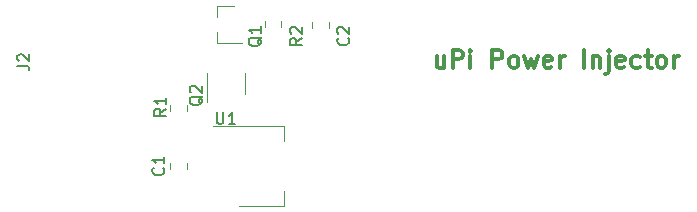
<source format=gbr>
G04 #@! TF.GenerationSoftware,KiCad,Pcbnew,5.1.4+dfsg1-1*
G04 #@! TF.CreationDate,2020-03-18T18:25:11-04:00*
G04 #@! TF.ProjectId,upipower-injector,75706970-6f77-4657-922d-696e6a656374,1.0*
G04 #@! TF.SameCoordinates,Original*
G04 #@! TF.FileFunction,Legend,Top*
G04 #@! TF.FilePolarity,Positive*
%FSLAX46Y46*%
G04 Gerber Fmt 4.6, Leading zero omitted, Abs format (unit mm)*
G04 Created by KiCad (PCBNEW 5.1.4+dfsg1-1) date 2020-03-18 18:25:11*
%MOMM*%
%LPD*%
G04 APERTURE LIST*
%ADD10C,0.300000*%
%ADD11C,0.120000*%
%ADD12C,0.150000*%
G04 APERTURE END LIST*
D10*
X152532000Y-105246571D02*
X152532000Y-106246571D01*
X151889142Y-105246571D02*
X151889142Y-106032285D01*
X151960571Y-106175142D01*
X152103428Y-106246571D01*
X152317714Y-106246571D01*
X152460571Y-106175142D01*
X152532000Y-106103714D01*
X153246285Y-106246571D02*
X153246285Y-104746571D01*
X153817714Y-104746571D01*
X153960571Y-104818000D01*
X154032000Y-104889428D01*
X154103428Y-105032285D01*
X154103428Y-105246571D01*
X154032000Y-105389428D01*
X153960571Y-105460857D01*
X153817714Y-105532285D01*
X153246285Y-105532285D01*
X154746285Y-106246571D02*
X154746285Y-105246571D01*
X154746285Y-104746571D02*
X154674857Y-104818000D01*
X154746285Y-104889428D01*
X154817714Y-104818000D01*
X154746285Y-104746571D01*
X154746285Y-104889428D01*
X156603428Y-106246571D02*
X156603428Y-104746571D01*
X157174857Y-104746571D01*
X157317714Y-104818000D01*
X157389142Y-104889428D01*
X157460571Y-105032285D01*
X157460571Y-105246571D01*
X157389142Y-105389428D01*
X157317714Y-105460857D01*
X157174857Y-105532285D01*
X156603428Y-105532285D01*
X158317714Y-106246571D02*
X158174857Y-106175142D01*
X158103428Y-106103714D01*
X158032000Y-105960857D01*
X158032000Y-105532285D01*
X158103428Y-105389428D01*
X158174857Y-105318000D01*
X158317714Y-105246571D01*
X158532000Y-105246571D01*
X158674857Y-105318000D01*
X158746285Y-105389428D01*
X158817714Y-105532285D01*
X158817714Y-105960857D01*
X158746285Y-106103714D01*
X158674857Y-106175142D01*
X158532000Y-106246571D01*
X158317714Y-106246571D01*
X159317714Y-105246571D02*
X159603428Y-106246571D01*
X159889142Y-105532285D01*
X160174857Y-106246571D01*
X160460571Y-105246571D01*
X161603428Y-106175142D02*
X161460571Y-106246571D01*
X161174857Y-106246571D01*
X161032000Y-106175142D01*
X160960571Y-106032285D01*
X160960571Y-105460857D01*
X161032000Y-105318000D01*
X161174857Y-105246571D01*
X161460571Y-105246571D01*
X161603428Y-105318000D01*
X161674857Y-105460857D01*
X161674857Y-105603714D01*
X160960571Y-105746571D01*
X162317714Y-106246571D02*
X162317714Y-105246571D01*
X162317714Y-105532285D02*
X162389142Y-105389428D01*
X162460571Y-105318000D01*
X162603428Y-105246571D01*
X162746285Y-105246571D01*
X164389142Y-106246571D02*
X164389142Y-104746571D01*
X165103428Y-105246571D02*
X165103428Y-106246571D01*
X165103428Y-105389428D02*
X165174857Y-105318000D01*
X165317714Y-105246571D01*
X165532000Y-105246571D01*
X165674857Y-105318000D01*
X165746285Y-105460857D01*
X165746285Y-106246571D01*
X166460571Y-105246571D02*
X166460571Y-106532285D01*
X166389142Y-106675142D01*
X166246285Y-106746571D01*
X166174857Y-106746571D01*
X166460571Y-104746571D02*
X166389142Y-104818000D01*
X166460571Y-104889428D01*
X166532000Y-104818000D01*
X166460571Y-104746571D01*
X166460571Y-104889428D01*
X167746285Y-106175142D02*
X167603428Y-106246571D01*
X167317714Y-106246571D01*
X167174857Y-106175142D01*
X167103428Y-106032285D01*
X167103428Y-105460857D01*
X167174857Y-105318000D01*
X167317714Y-105246571D01*
X167603428Y-105246571D01*
X167746285Y-105318000D01*
X167817714Y-105460857D01*
X167817714Y-105603714D01*
X167103428Y-105746571D01*
X169103428Y-106175142D02*
X168960571Y-106246571D01*
X168674857Y-106246571D01*
X168532000Y-106175142D01*
X168460571Y-106103714D01*
X168389142Y-105960857D01*
X168389142Y-105532285D01*
X168460571Y-105389428D01*
X168532000Y-105318000D01*
X168674857Y-105246571D01*
X168960571Y-105246571D01*
X169103428Y-105318000D01*
X169532000Y-105246571D02*
X170103428Y-105246571D01*
X169746285Y-104746571D02*
X169746285Y-106032285D01*
X169817714Y-106175142D01*
X169960571Y-106246571D01*
X170103428Y-106246571D01*
X170817714Y-106246571D02*
X170674857Y-106175142D01*
X170603428Y-106103714D01*
X170532000Y-105960857D01*
X170532000Y-105532285D01*
X170603428Y-105389428D01*
X170674857Y-105318000D01*
X170817714Y-105246571D01*
X171032000Y-105246571D01*
X171174857Y-105318000D01*
X171246285Y-105389428D01*
X171317714Y-105532285D01*
X171317714Y-105960857D01*
X171246285Y-106103714D01*
X171174857Y-106175142D01*
X171032000Y-106246571D01*
X170817714Y-106246571D01*
X171960571Y-106246571D02*
X171960571Y-105246571D01*
X171960571Y-105532285D02*
X172032000Y-105389428D01*
X172103428Y-105318000D01*
X172246285Y-105246571D01*
X172389142Y-105246571D01*
D11*
X132932000Y-111158000D02*
X138942000Y-111158000D01*
X135182000Y-117978000D02*
X138942000Y-117978000D01*
X138942000Y-111158000D02*
X138942000Y-112418000D01*
X138942000Y-117978000D02*
X138942000Y-116718000D01*
X142742000Y-102889078D02*
X142742000Y-102371922D01*
X141322000Y-102889078D02*
X141322000Y-102371922D01*
X130742000Y-114826578D02*
X130742000Y-114309422D01*
X129322000Y-114826578D02*
X129322000Y-114309422D01*
X133272000Y-100988000D02*
X134732000Y-100988000D01*
X133272000Y-104148000D02*
X135432000Y-104148000D01*
X133272000Y-104148000D02*
X133272000Y-103218000D01*
X133272000Y-100988000D02*
X133272000Y-101918000D01*
X137322000Y-102826578D02*
X137322000Y-102309422D01*
X138742000Y-102826578D02*
X138742000Y-102309422D01*
X132422000Y-106668000D02*
X132422000Y-109118000D01*
X135642000Y-108468000D02*
X135642000Y-106668000D01*
X130742000Y-109371922D02*
X130742000Y-109889078D01*
X129322000Y-109371922D02*
X129322000Y-109889078D01*
D12*
X133270095Y-110020380D02*
X133270095Y-110829904D01*
X133317714Y-110925142D01*
X133365333Y-110972761D01*
X133460571Y-111020380D01*
X133651047Y-111020380D01*
X133746285Y-110972761D01*
X133793904Y-110925142D01*
X133841523Y-110829904D01*
X133841523Y-110020380D01*
X134841523Y-111020380D02*
X134270095Y-111020380D01*
X134555809Y-111020380D02*
X134555809Y-110020380D01*
X134460571Y-110163238D01*
X134365333Y-110258476D01*
X134270095Y-110306095D01*
X144389142Y-103734666D02*
X144436761Y-103782285D01*
X144484380Y-103925142D01*
X144484380Y-104020380D01*
X144436761Y-104163238D01*
X144341523Y-104258476D01*
X144246285Y-104306095D01*
X144055809Y-104353714D01*
X143912952Y-104353714D01*
X143722476Y-104306095D01*
X143627238Y-104258476D01*
X143532000Y-104163238D01*
X143484380Y-104020380D01*
X143484380Y-103925142D01*
X143532000Y-103782285D01*
X143579619Y-103734666D01*
X143579619Y-103353714D02*
X143532000Y-103306095D01*
X143484380Y-103210857D01*
X143484380Y-102972761D01*
X143532000Y-102877523D01*
X143579619Y-102829904D01*
X143674857Y-102782285D01*
X143770095Y-102782285D01*
X143912952Y-102829904D01*
X144484380Y-103401333D01*
X144484380Y-102782285D01*
X128739142Y-114734666D02*
X128786761Y-114782285D01*
X128834380Y-114925142D01*
X128834380Y-115020380D01*
X128786761Y-115163238D01*
X128691523Y-115258476D01*
X128596285Y-115306095D01*
X128405809Y-115353714D01*
X128262952Y-115353714D01*
X128072476Y-115306095D01*
X127977238Y-115258476D01*
X127882000Y-115163238D01*
X127834380Y-115020380D01*
X127834380Y-114925142D01*
X127882000Y-114782285D01*
X127929619Y-114734666D01*
X128834380Y-113782285D02*
X128834380Y-114353714D01*
X128834380Y-114068000D02*
X127834380Y-114068000D01*
X127977238Y-114163238D01*
X128072476Y-114258476D01*
X128120095Y-114353714D01*
X137079619Y-103663238D02*
X137032000Y-103758476D01*
X136936761Y-103853714D01*
X136793904Y-103996571D01*
X136746285Y-104091809D01*
X136746285Y-104187047D01*
X136984380Y-104139428D02*
X136936761Y-104234666D01*
X136841523Y-104329904D01*
X136651047Y-104377523D01*
X136317714Y-104377523D01*
X136127238Y-104329904D01*
X136032000Y-104234666D01*
X135984380Y-104139428D01*
X135984380Y-103948952D01*
X136032000Y-103853714D01*
X136127238Y-103758476D01*
X136317714Y-103710857D01*
X136651047Y-103710857D01*
X136841523Y-103758476D01*
X136936761Y-103853714D01*
X136984380Y-103948952D01*
X136984380Y-104139428D01*
X136984380Y-102758476D02*
X136984380Y-103329904D01*
X136984380Y-103044190D02*
X135984380Y-103044190D01*
X136127238Y-103139428D01*
X136222476Y-103234666D01*
X136270095Y-103329904D01*
X140484380Y-103734666D02*
X140008190Y-104068000D01*
X140484380Y-104306095D02*
X139484380Y-104306095D01*
X139484380Y-103925142D01*
X139532000Y-103829904D01*
X139579619Y-103782285D01*
X139674857Y-103734666D01*
X139817714Y-103734666D01*
X139912952Y-103782285D01*
X139960571Y-103829904D01*
X140008190Y-103925142D01*
X140008190Y-104306095D01*
X139579619Y-103353714D02*
X139532000Y-103306095D01*
X139484380Y-103210857D01*
X139484380Y-102972761D01*
X139532000Y-102877523D01*
X139579619Y-102829904D01*
X139674857Y-102782285D01*
X139770095Y-102782285D01*
X139912952Y-102829904D01*
X140484380Y-103401333D01*
X140484380Y-102782285D01*
X132079619Y-108663238D02*
X132032000Y-108758476D01*
X131936761Y-108853714D01*
X131793904Y-108996571D01*
X131746285Y-109091809D01*
X131746285Y-109187047D01*
X131984380Y-109139428D02*
X131936761Y-109234666D01*
X131841523Y-109329904D01*
X131651047Y-109377523D01*
X131317714Y-109377523D01*
X131127238Y-109329904D01*
X131032000Y-109234666D01*
X130984380Y-109139428D01*
X130984380Y-108948952D01*
X131032000Y-108853714D01*
X131127238Y-108758476D01*
X131317714Y-108710857D01*
X131651047Y-108710857D01*
X131841523Y-108758476D01*
X131936761Y-108853714D01*
X131984380Y-108948952D01*
X131984380Y-109139428D01*
X131079619Y-108329904D02*
X131032000Y-108282285D01*
X130984380Y-108187047D01*
X130984380Y-107948952D01*
X131032000Y-107853714D01*
X131079619Y-107806095D01*
X131174857Y-107758476D01*
X131270095Y-107758476D01*
X131412952Y-107806095D01*
X131984380Y-108377523D01*
X131984380Y-107758476D01*
X116404380Y-106091333D02*
X117118666Y-106091333D01*
X117261523Y-106138952D01*
X117356761Y-106234190D01*
X117404380Y-106377047D01*
X117404380Y-106472285D01*
X116499619Y-105662761D02*
X116452000Y-105615142D01*
X116404380Y-105519904D01*
X116404380Y-105281809D01*
X116452000Y-105186571D01*
X116499619Y-105138952D01*
X116594857Y-105091333D01*
X116690095Y-105091333D01*
X116832952Y-105138952D01*
X117404380Y-105710380D01*
X117404380Y-105091333D01*
X128984380Y-109734666D02*
X128508190Y-110068000D01*
X128984380Y-110306095D02*
X127984380Y-110306095D01*
X127984380Y-109925142D01*
X128032000Y-109829904D01*
X128079619Y-109782285D01*
X128174857Y-109734666D01*
X128317714Y-109734666D01*
X128412952Y-109782285D01*
X128460571Y-109829904D01*
X128508190Y-109925142D01*
X128508190Y-110306095D01*
X128984380Y-108782285D02*
X128984380Y-109353714D01*
X128984380Y-109068000D02*
X127984380Y-109068000D01*
X128127238Y-109163238D01*
X128222476Y-109258476D01*
X128270095Y-109353714D01*
M02*

</source>
